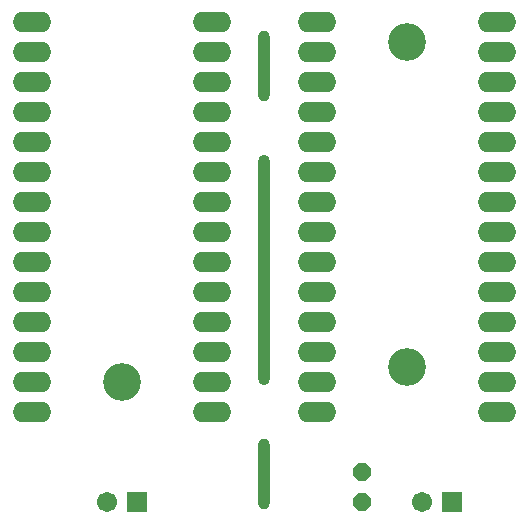
<source format=gbr>
%TF.GenerationSoftware,KiCad,Pcbnew,7.0.1*%
%TF.CreationDate,2023-09-17T13:04:26+09:00*%
%TF.ProjectId,remote emergency switch,72656d6f-7465-4206-956d-657267656e63,rev?*%
%TF.SameCoordinates,Original*%
%TF.FileFunction,Soldermask,Bot*%
%TF.FilePolarity,Negative*%
%FSLAX46Y46*%
G04 Gerber Fmt 4.6, Leading zero omitted, Abs format (unit mm)*
G04 Created by KiCad (PCBNEW 7.0.1) date 2023-09-17 13:04:26*
%MOMM*%
%LPD*%
G01*
G04 APERTURE LIST*
G04 Aperture macros list*
%AMRoundRect*
0 Rectangle with rounded corners*
0 $1 Rounding radius*
0 $2 $3 $4 $5 $6 $7 $8 $9 X,Y pos of 4 corners*
0 Add a 4 corners polygon primitive as box body*
4,1,4,$2,$3,$4,$5,$6,$7,$8,$9,$2,$3,0*
0 Add four circle primitives for the rounded corners*
1,1,$1+$1,$2,$3*
1,1,$1+$1,$4,$5*
1,1,$1+$1,$6,$7*
1,1,$1+$1,$8,$9*
0 Add four rect primitives between the rounded corners*
20,1,$1+$1,$2,$3,$4,$5,0*
20,1,$1+$1,$4,$5,$6,$7,0*
20,1,$1+$1,$6,$7,$8,$9,0*
20,1,$1+$1,$8,$9,$2,$3,0*%
%AMFreePoly0*
4,1,25,0.312428,0.754266,0.345389,0.732242,0.732242,0.345389,0.754266,0.312428,0.762000,0.273547,0.762000,-0.273547,0.754266,-0.312428,0.732242,-0.345389,0.345389,-0.732242,0.312428,-0.754266,0.273547,-0.762000,-0.273547,-0.762000,-0.312428,-0.754266,-0.345389,-0.732242,-0.732242,-0.345389,-0.754266,-0.312428,-0.762000,-0.273547,-0.762000,0.273547,-0.754266,0.312428,-0.732242,0.345389,
-0.345389,0.732242,-0.312428,0.754266,-0.273547,0.762000,0.273547,0.762000,0.312428,0.754266,0.312428,0.754266,$1*%
G04 Aperture macros list end*
%ADD10O,1.000000X6.000000*%
%ADD11C,3.200000*%
%ADD12RoundRect,0.101600X-0.754000X-0.754000X0.754000X-0.754000X0.754000X0.754000X-0.754000X0.754000X0*%
%ADD13C,1.711200*%
%ADD14O,3.251200X1.727200*%
%ADD15FreePoly0,270.000000*%
%ADD16O,1.000000X19.500000*%
G04 APERTURE END LIST*
D10*
%TO.C,*%
X148000000Y-87743600D03*
%TD*%
D11*
%TO.C,H3*%
X135966100Y-114523600D03*
%TD*%
D12*
%TO.C,EME1*%
X137236100Y-124683600D03*
D13*
X134696100Y-124683600D03*
%TD*%
D14*
%TO.C,TWE_RIGHT2*%
X167716100Y-84043600D03*
X167716100Y-86583600D03*
X167716100Y-89123600D03*
X167716100Y-91663600D03*
X167716100Y-94203600D03*
X167716100Y-96743600D03*
X167716100Y-99283600D03*
X167716100Y-101823600D03*
X167716100Y-104363600D03*
X167716100Y-106903600D03*
X167716100Y-109443600D03*
X167716100Y-111983600D03*
X167716100Y-114523600D03*
X167716100Y-117063600D03*
%TD*%
D12*
%TO.C,CELL_SUPPLY0*%
X163906100Y-124683600D03*
D13*
X161366100Y-124683600D03*
%TD*%
D14*
%TO.C,TWE_LEFT2*%
X152476100Y-84043600D03*
X152476100Y-86583600D03*
X152476100Y-89123600D03*
X152476100Y-91663600D03*
X152476100Y-94203600D03*
X152476100Y-96743600D03*
X152476100Y-99283600D03*
X152476100Y-101823600D03*
X152476100Y-104363600D03*
X152476100Y-106903600D03*
X152476100Y-109443600D03*
X152476100Y-111983600D03*
X152476100Y-114523600D03*
X152476100Y-117063600D03*
%TD*%
D10*
%TO.C,*%
X148000000Y-122263600D03*
%TD*%
D11*
%TO.C,H2*%
X160096100Y-113253600D03*
%TD*%
%TO.C,H1*%
X160096100Y-85694600D03*
%TD*%
D14*
%TO.C,TWE_RIGHT1*%
X143586100Y-84043600D03*
X143586100Y-86583600D03*
X143586100Y-89123600D03*
X143586100Y-91663600D03*
X143586100Y-94203600D03*
X143586100Y-96743600D03*
X143586100Y-99283600D03*
X143586100Y-101823600D03*
X143586100Y-104363600D03*
X143586100Y-106903600D03*
X143586100Y-109443600D03*
X143586100Y-111983600D03*
X143586100Y-114523600D03*
X143586100Y-117063600D03*
%TD*%
D15*
%TO.C,C5*%
X156286100Y-122143600D03*
X156286100Y-124683600D03*
%TD*%
D16*
%TO.C,*%
X148000000Y-104993600D03*
%TD*%
D14*
%TO.C,TWE_LEFT1*%
X128346100Y-84043600D03*
X128346100Y-86583600D03*
X128346100Y-89123600D03*
X128346100Y-91663600D03*
X128346100Y-94203600D03*
X128346100Y-96743600D03*
X128346100Y-99283600D03*
X128346100Y-101823600D03*
X128346100Y-104363600D03*
X128346100Y-106903600D03*
X128346100Y-109443600D03*
X128346100Y-111983600D03*
X128346100Y-114523600D03*
X128346100Y-117063600D03*
%TD*%
M02*

</source>
